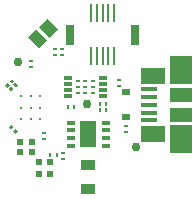
<source format=gbr>
G04 #@! TF.FileFunction,Paste,Top*
%FSLAX46Y46*%
G04 Gerber Fmt 4.6, Leading zero omitted, Abs format (unit mm)*
G04 Created by KiCad (PCBNEW 4.0.2+dfsg1-2~bpo8+1-stable) date jue 23 mar 2017 16:55:10 ART*
%MOMM*%
G01*
G04 APERTURE LIST*
%ADD10C,0.100000*%
%ADD11R,0.280000X0.300000*%
%ADD12R,0.300000X0.280000*%
%ADD13R,0.800000X0.300000*%
%ADD14R,1.451880X2.201880*%
%ADD15R,0.500000X0.500000*%
%ADD16R,0.680000X0.580000*%
%ADD17R,1.900000X1.170000*%
%ADD18R,1.900000X2.370000*%
%ADD19R,2.100000X1.470000*%
%ADD20R,1.380000X0.450000*%
%ADD21R,0.203480X1.503480*%
%ADD22R,0.703480X1.703480*%
%ADD23C,0.762000*%
%ADD24R,1.300000X0.950000*%
%ADD25C,0.300000*%
%ADD26R,0.750000X0.300000*%
%ADD27R,0.315000X0.280000*%
G04 APERTURE END LIST*
D10*
G36*
X79408750Y-59543224D02*
X80091250Y-58860724D01*
X80989276Y-59758750D01*
X80306776Y-60441250D01*
X79408750Y-59543224D01*
X79408750Y-59543224D01*
G37*
G36*
X78510724Y-60441250D02*
X79193224Y-59758750D01*
X80091250Y-60656776D01*
X79408750Y-61339276D01*
X78510724Y-60441250D01*
X78510724Y-60441250D01*
G37*
D11*
X85085000Y-66550000D03*
X84565000Y-66550000D03*
X85085000Y-66050000D03*
X84565000Y-66050000D03*
X81890000Y-66350000D03*
X82410000Y-66350000D03*
D12*
X79850000Y-68540000D03*
X79850000Y-69060000D03*
D11*
X80390000Y-70400000D03*
X80910000Y-70400000D03*
D12*
X80750000Y-61440000D03*
X80750000Y-61960000D03*
X81350000Y-61440000D03*
X81350000Y-61960000D03*
X78700000Y-62910000D03*
X78700000Y-62390000D03*
X86150000Y-64040000D03*
X86150000Y-64560000D03*
X86750000Y-67940000D03*
X86750000Y-68460000D03*
D13*
X82110000Y-67660000D03*
X82110000Y-68310000D03*
X82110000Y-68950000D03*
X82110000Y-69600000D03*
X85050000Y-68950000D03*
X85050000Y-68310000D03*
X85050000Y-67660000D03*
D14*
X83580000Y-68630000D03*
D13*
X85050000Y-69600000D03*
D15*
X77850000Y-69300000D03*
X78850000Y-69300000D03*
X78850000Y-70100000D03*
X77850000Y-70100000D03*
X79450000Y-71000000D03*
X79450000Y-72000000D03*
X80350000Y-71000000D03*
X80350000Y-72000000D03*
D16*
X86750000Y-67150000D03*
X86750000Y-65050000D03*
D17*
X91400000Y-66980000D03*
X91400000Y-65300000D03*
D18*
X91400000Y-63230000D03*
X91400000Y-69050000D03*
D19*
X89100000Y-63680000D03*
X89100000Y-68600000D03*
D20*
X88740000Y-67440000D03*
X88740000Y-66790000D03*
X88740000Y-66140000D03*
X88740000Y-65490000D03*
X88740000Y-64840000D03*
D10*
G36*
X77426777Y-64211091D02*
X77638909Y-64423223D01*
X77440919Y-64621213D01*
X77228787Y-64409081D01*
X77426777Y-64211091D01*
X77426777Y-64211091D01*
G37*
G36*
X77059081Y-64578787D02*
X77271213Y-64790919D01*
X77073223Y-64988909D01*
X76861091Y-64776777D01*
X77059081Y-64578787D01*
X77059081Y-64578787D01*
G37*
D12*
X81450000Y-70760000D03*
X81450000Y-70240000D03*
D10*
G36*
X77126777Y-63911091D02*
X77338909Y-64123223D01*
X77140919Y-64321213D01*
X76928787Y-64109081D01*
X77126777Y-63911091D01*
X77126777Y-63911091D01*
G37*
G36*
X76759081Y-64278787D02*
X76971213Y-64490919D01*
X76773223Y-64688909D01*
X76561091Y-64476777D01*
X76759081Y-64278787D01*
X76759081Y-64278787D01*
G37*
D21*
X85797840Y-58404220D03*
X85297840Y-58404220D03*
X84797840Y-58404220D03*
X84297840Y-58404220D03*
X83797840Y-58404220D03*
X83797840Y-62004220D03*
X84297840Y-62004220D03*
X84797840Y-62004220D03*
X85297840Y-62004220D03*
X85797840Y-62004220D03*
D22*
X82047840Y-60204220D03*
X87547840Y-60204220D03*
D10*
G36*
X77638909Y-68376777D02*
X77426777Y-68588909D01*
X77228787Y-68390919D01*
X77440919Y-68178787D01*
X77638909Y-68376777D01*
X77638909Y-68376777D01*
G37*
G36*
X77271213Y-68009081D02*
X77059081Y-68221213D01*
X76861091Y-68023223D01*
X77073223Y-67811091D01*
X77271213Y-68009081D01*
X77271213Y-68009081D01*
G37*
D23*
X87650000Y-69700000D03*
X83450000Y-66100000D03*
X77650000Y-62500000D03*
D24*
X83550000Y-71203000D03*
X83550000Y-73235000D03*
D25*
X78727676Y-66374572D03*
X79527676Y-66374572D03*
X78727676Y-65374572D03*
X78727676Y-67374572D03*
X79527676Y-65374572D03*
X77927676Y-66374572D03*
X79527676Y-67374572D03*
X77927676Y-65374572D03*
X77927676Y-67374572D03*
D26*
X84800000Y-65350000D03*
X84800000Y-64850000D03*
X84800000Y-64350000D03*
X84800000Y-63850000D03*
X81900000Y-63850000D03*
X81900000Y-64350000D03*
X81900000Y-64850000D03*
X81900000Y-65350000D03*
D27*
X82750000Y-64600000D03*
X82750000Y-65100000D03*
X82750000Y-64100000D03*
X83950000Y-64100000D03*
X83350000Y-64600000D03*
X83950000Y-65100000D03*
X83350000Y-64100000D03*
X83350000Y-65100000D03*
X83950000Y-64600000D03*
M02*

</source>
